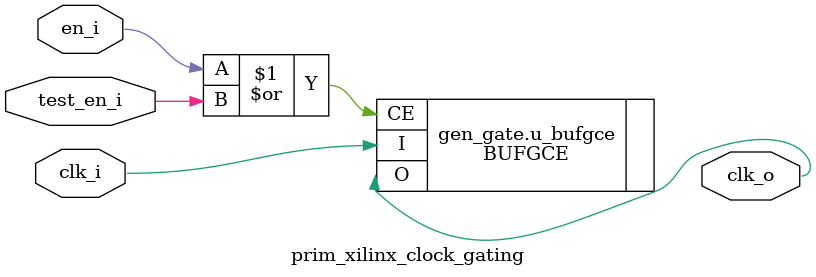
<source format=sv>

module prim_xilinx_clock_gating #(
  parameter bit NoFpgaGate = 1'b0
) (
  input        clk_i,
  input        en_i,
  input        test_en_i,
  output logic clk_o
);

  if (NoFpgaGate) begin : gen_no_gate
    assign clk_o = clk_i;
  end else begin : gen_gate
    BUFGCE u_bufgce (
      .I (clk_i),
      .CE(en_i | test_en_i),
      .O (clk_o)
    );
  end



endmodule

</source>
